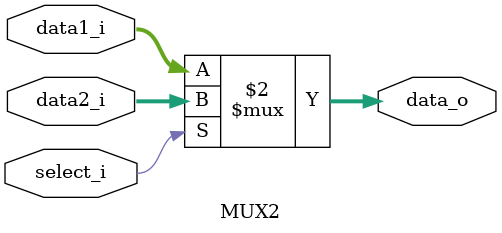
<source format=v>
module MUX2
(
	data1_i,
	data2_i,
	select_i,
	data_o
);

input	[1:0]	data1_i, data2_i;
input			select_i;
output	[1:0]	data_o;

assign data_o = (select_i == 1'b0) ? data1_i : data2_i;

endmodule
</source>
